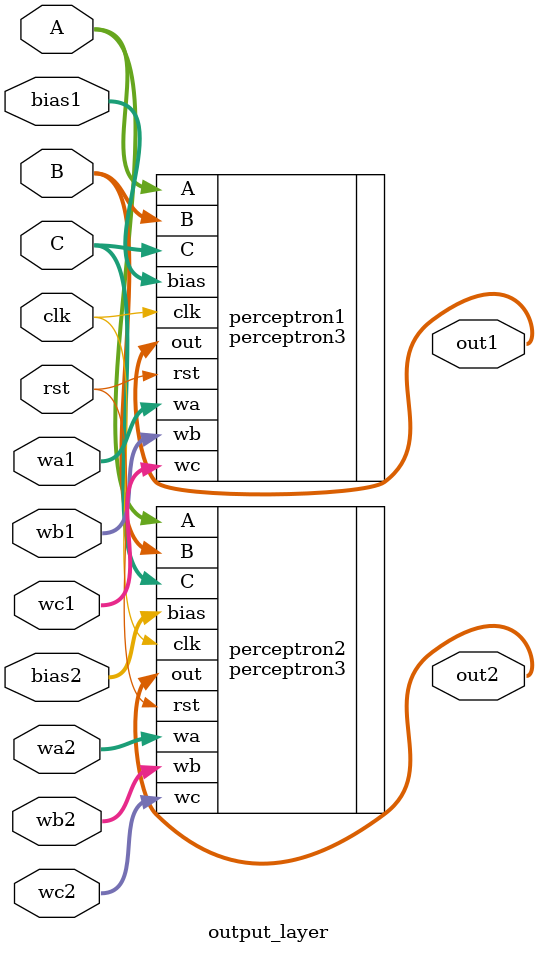
<source format=v>


module output_layer(clk, rst, A, B, C, wa1, wa2, wb1, wb2, wc1, wc2, bias1, bias2, out1, out2);

parameter DWIDTH=32;
parameter frac=24;
input clk, rst;
input signed [DWIDTH-1:0] A, B, C, wa1, wa2, wb1, wb2, wc1, wc2, bias1, bias2;
output signed [DWIDTH-1:0] out1, out2;

perceptron3 perceptron1(.clk(clk), .rst(rst), .A(A), .B(B), .C(C), .wa(wa1), .wb(wb1), .wc(wc1), .bias(bias1), .out(out1));
perceptron3 perceptron2(.clk(clk), .rst(rst), .A(A), .B(B), .C(C), .wa(wa2), .wb(wb2), .wc(wc2), .bias(bias2), .out(out2));
endmodule
</source>
